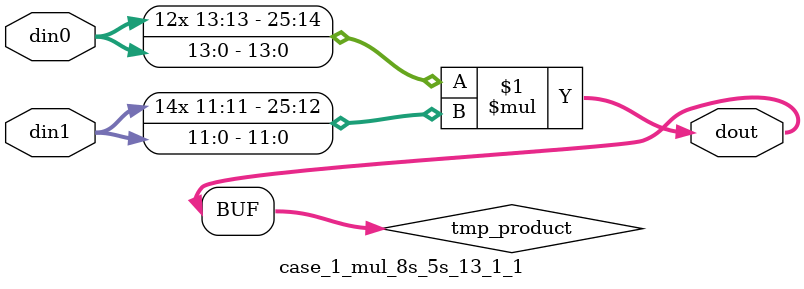
<source format=v>

`timescale 1 ns / 1 ps

 (* use_dsp = "no" *)  module case_1_mul_8s_5s_13_1_1(din0, din1, dout);
parameter ID = 1;
parameter NUM_STAGE = 0;
parameter din0_WIDTH = 14;
parameter din1_WIDTH = 12;
parameter dout_WIDTH = 26;

input [din0_WIDTH - 1 : 0] din0; 
input [din1_WIDTH - 1 : 0] din1; 
output [dout_WIDTH - 1 : 0] dout;

wire signed [dout_WIDTH - 1 : 0] tmp_product;



























assign tmp_product = $signed(din0) * $signed(din1);








assign dout = tmp_product;





















endmodule

</source>
